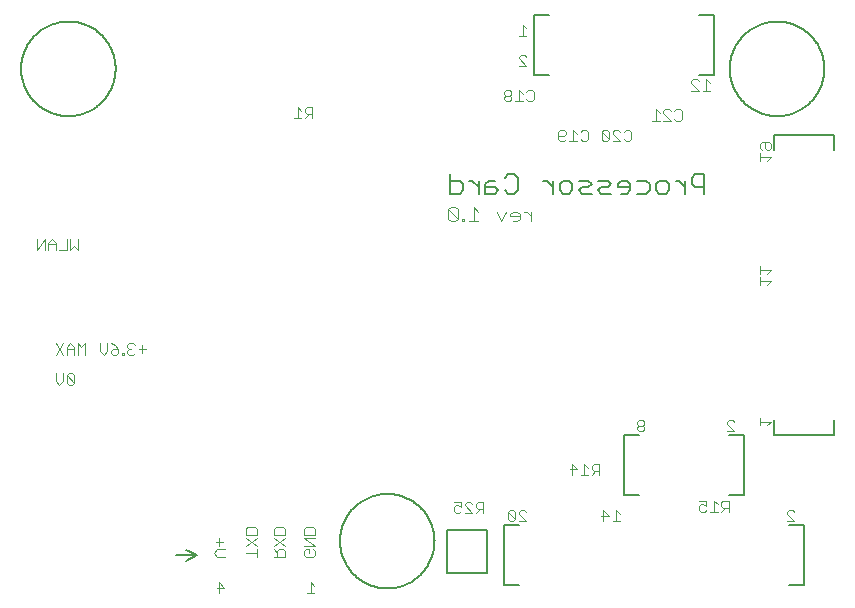
<source format=gbo>
G04 Output by ViewMate Deluxe V11.12.18  PentaLogix*
G04 Wed Mar 06 15:41:31 2019*
%IPPOS*%
%FSLAX25Y25*%
%MOIN*%
%ADD179C,0.003*%
%ADD180C,0.008*%
%ADD181C,0.006*%
%ADD182C,0.004*%
%ADD183C,0.005*%

%LPD*%
X0Y0D2*D179*G1X59996Y87280D2*X58761Y87897D1*X64903Y86046D2*X65520D1*X64286Y84811D2*Y85428D1*X64903Y86046*X64286Y86663*Y87280*X64903Y87897*X66137*X66755Y87280*X69203D2*Y84811D1*X67969Y86046D2*X70438D1*X66755Y84811D2*X66137Y84194D1*X64903*X64286Y84811*X62454D2*X63071D1*Y84194*X62454*Y84811*X59996Y87280D2*X61230Y86046D1*X58761Y84811D2*X59378Y84194D1*X60613*X61230Y84811*Y86046*X59378*X58761Y85428*Y84811*X56312Y84194D2*X57547Y85428D1*Y87897*X55078D2*Y85428D1*X56312Y84194*X46497Y74811D2*Y77280D1*X45880Y77897*X44646*X44029Y77280*Y74811*X44646Y74194*X45880*X46497Y74811*X44029Y77280*X42814Y77897D2*Y75428D1*X41580Y74194*X40345Y75428*Y77897*X42814Y87897D2*X40345Y84194D1*X46497Y86046D2*X44029D1*X50180Y84194D2*Y87897D1*X48946Y86663*X47712Y87897*Y84194*X46497D2*Y86663D1*X45263Y87897*X44029Y86663*Y84194*X40345Y87897D2*X42814Y84194D1*X37912Y120921D2*X40381D1*X34229Y122772D2*Y119069D1*X36698Y122772*Y119069*X37912D2*Y121538D1*X39147Y122772*X40381Y121538*Y119069*X41595D2*X44064D1*Y122772*X45279D2*Y119069D1*X46513Y120303*X47747Y119069*Y122772*X122256Y165538D2*X121022Y166772D1*Y163069*X122256D2*X119787D1*X124705Y164303D2*X123470Y163069D1*X125939Y166772D2*X124088D1*X123470Y166155*Y164921*X124088Y164303*X125939*Y166772D2*Y163069D1*X197256Y192913D2*X196022Y194147D1*Y190444*X197256D2*X194787D1*X197256Y183530D2*X196639Y184147D1*X195404*X194787Y183530*Y182913*X197256Y180444*X194787*X192289Y169311D2*Y169928D1*X191672Y170546*X190438D2*X189821Y171163D1*Y171780*X190438Y172397*X191672*X192289Y171780*Y171163*X191672Y170546*X190438*X189821Y169928*Y169311*X190438Y168694*X191672*X192289Y169311*X199039Y168694D2*X199656Y169311D1*Y171780*X199039Y172397*X197804*X197187Y171780*X195973Y171163D2*X194738Y172397D1*Y168694*X195973D2*X193504D1*X197187Y169311D2*X197804Y168694D1*X199039*X210414Y155936D2*X209797Y155319D1*X208563*X207946Y155936*Y158405*X210414D2*X209797Y159022D1*X208563*X207946Y158405*Y157171D2*X209797D1*X210414Y157788*Y158405*X217781D2*X217164Y159022D1*X215929*X215312Y158405*X214098Y157788D2*X212863Y159022D1*Y155319*X214098D2*X211629D1*X215312Y155936D2*X215929Y155319D1*X217164*X217781Y155936*Y158405*X222321D2*X222938Y159022D1*X224172*X224789Y158405*Y155936*X224172Y155319*X222938*X222321Y155936*Y158405*X224789Y155936*X228473Y155319D2*X226004D1*X232156Y158405D2*X231539Y159022D1*X230304*X229687Y158405*X228473D2*X227855Y159022D1*X226621*X226004Y158405*Y157788*X228473Y155319*X229687Y155936D2*X230304Y155319D1*X231539*X232156Y155936*Y158405*X241664Y164663D2*X240430Y165897D1*Y162194*X241664D2*X239196D1*X245348D2*X242879D1*X249031Y165280D2*X248414Y165897D1*X247179*X246562Y165280*X245348D2*X244730Y165897D1*X243496*X242879Y165280*Y164663*X245348Y162194*X246562Y162811D2*X247179Y162194D1*X248414*X249031Y162811*Y165280*X257205Y175897D2*X258439Y174663D1*X254756Y172194D2*X252287D1*X257205Y175897D2*Y172194D1*X254756Y175280D2*X254139Y175897D1*X252904*X252287Y175280*Y174663*X254756Y172194*X258439D2*X255970D1*X276908Y154913D2*Y153061D1*X277525Y152444*X278142*X278759Y153061*Y154296*X278142Y154913*X275673*X275056Y154296*Y153061*X275673Y152444*X275056Y148761D2*Y151230D1*Y149995D2*X278759D1*X277525Y148761*Y107511D2*X278759Y108745D1*X275056*X277525Y111194D2*X278759Y112428D1*X275056*Y111194D2*Y113663D1*Y107511D2*Y109980D1*X236598Y61780D2*X235980Y62397D1*X234746*X234129Y61780*Y61163*X234746Y60546*X235980D2*X236598Y59928D1*Y59311*X235980Y58694*X234746*X234129Y59311*Y59928*X234746Y60546*X235980*X236598Y61163*Y61780*X275056Y60603D2*Y63071D1*X277525Y60603D2*X278759Y61837D1*X275056*X266598Y61780D2*X265980Y62397D1*X264746*X264129Y61780*Y61163*X266598Y58694*X264129*X284129Y28694D2*X286598D1*X284129Y31163*Y31780*X286598D2*X285980Y32397D1*X284746*X284129Y31780*X260973Y34288D2*X259738Y35522D1*X262804Y33053D2*X262187Y33671D1*Y34905*X262804Y35522*X264656*Y31819*X262804Y33053D2*X264656D1*X262187Y31819D2*X263421Y33053D1*X258504Y31819D2*X260973D1*X259738Y35522D2*Y31819D1*X254821Y35522D2*X257289D1*Y33671*X254821Y32436D2*Y33671D1*X255438Y34288*X256055*X257289Y33671*Y32436D2*X256672Y31819D1*X255438*X254821Y32436*X228439Y31163D2*X227205Y32397D1*Y28694*X225970D2*X228439D1*X222904Y32397D2*Y28694D1*X222287Y30546D2*X224756D1*X222904Y32397*X216613Y44069D2*Y47772D1*X217848Y46538*X219679Y45303D2*X219062Y45921D1*Y47155*X219679Y47772*X221531*Y44069*X219679Y45303D2*X221531D1*X219062Y44069D2*X220296Y45303D1*X215379Y44069D2*X217848D1*X211696Y45921D2*X214164D1*X212313Y47772*Y44069*X194720Y28694D2*X197189D1*X194720Y31163*Y31780*X197189D2*X196572Y32397D1*X195338*X194720Y31780*X191037D2*X191654Y32397D1*X192889*X193506Y31780*Y29311*X191037D2*Y31780D1*X193506Y29311*X192889Y28694*X191654*X191037Y29311*X94746Y4694D2*Y8397D1*X96598Y6546*X94129*X126598Y7163D2*X125363Y8397D1*X124129Y4694D2*X126598D1*X125363Y8397D2*Y4694D1*X126759Y20502D2*X123056Y22971D1*X126142Y16819D2*X126759Y17436D1*Y18671*X126142Y19288*X123673D2*X123056Y18671D1*Y17436*X123673Y16819*X126142*X124908Y18053D2*Y19288D1*X123673*X126759Y20502D2*X123056D1*Y22971D2*X126759D1*X123056Y24185D2*X126759D1*Y26037*X126142Y26654*X123673*X123056Y26037*Y24185*X116759D2*Y26037D1*X116142Y26654*X113673*X113056Y26037*Y24185*X116759*X113056Y20502D2*X116759Y22971D1*X114290Y18053D2*X113056Y19288D1*X116142D2*X116759Y18671D1*Y16819*X113056*X114290D2*Y18671D1*X114908Y19288*X116142*X113056Y22971D2*X116759Y20502D1*X103681D2*X107384Y22971D1*X103681Y24185D2*X107384D1*Y26037*X106767Y26654*X104298*X103681Y26037*Y24185*X107384Y20502D2*X103681Y22971D1*X107384Y16819D2*Y19288D1*X103681Y18053D2*X107384D1*X96759Y16819D2*X94290D1*X93056Y18053*X96142Y21737D2*X93673D1*X94908Y20502D2*Y22971D1*X96759Y19288D2*X94290D1*X93056Y18053*D180*X83656Y19169D2*X87406Y17294D1*X83656Y15419*X80531Y17294D2*X86781D1*D181*X252350Y141047D2*Y143182D1*X253418Y144250*X256620*Y137844*Y139979D2*X253418D1*X252350Y141047*X250175Y137844D2*Y142114D1*Y139979D2*X248040Y142114D1*X246972*X240533Y141047D2*X241601Y142114D1*X243736*X244804Y141047*Y138912*X243736Y137844*X241601*X240533Y138912*Y141047*X234088Y142114D2*X237291D1*X238358Y141047*Y138912*X237291Y137844*X234088*X231913Y138912D2*X230845Y137844D1*X228710*X227642Y139979D2*Y141047D1*X228710Y142114*X230845*X231913Y141047*Y138912*X227642Y139979D2*X231913D1*X225467Y137844D2*X222264D1*X221197Y138912*Y142114D2*X224400D1*X225467Y141047*X224400Y139979*X222264*X221197Y138912*X219022Y137844D2*X215819D1*X214751Y138912*X215819Y139979*X217954*X219022Y141047*X217954Y142114*X214751*X208306Y141047D2*Y138912D1*X209373Y137844*X211509*X212576Y138912*Y141047*X211509Y142114*X209373*X208306Y141047*X206131Y137844D2*Y142114D1*Y139979D2*X203996Y142114D1*X202928*X190044Y138912D2*X191111Y137844D1*X193246*X194314Y138912*Y143182*X193246Y144250*X191111*X190044Y143182*X186801Y142114D2*X184666D1*X183598Y141047*Y139979D2*X186801D1*X187868Y138912*X186801Y137844*X183598*Y141047*X181423Y137844D2*Y142114D1*Y139979D2*X179288Y142114D1*X178220*X171781Y144250D2*Y137844D1*Y142114D2*X174984D1*X176052Y141047*Y138912*X174984Y137844*X171781*D182*X181712Y32697D2*X180511Y31496D1*Y34499D2*X181111Y35099D1*X182913*Y31496*Y32697D2*X181111D1*X180511Y33298*Y34499*X179230D2*X178629Y35099D1*X177428*X176828Y34499*Y33898*X179230Y31496*X176828*X175547Y32097D2*X174946Y31496D1*X173745*X173145Y32097*Y33298*X173745Y33898*X174346*X175547Y33298*Y35099*X173145*X171241Y132581D2*X172008Y133348D1*X173543*X174310Y132581*Y129511*X173543Y128744*X172008*X171241Y129511*Y132581*X174310Y129511*X176612Y128744D2*X175845D1*Y129511*X176612*Y128744*X178147D2*X181216D1*X179681D2*Y133348D1*X181216Y131813*X187354D2*X188889Y128744D1*X190424Y131813*X192726Y128744D2*X194260D1*X195028Y129511*Y131046*Y130279D2*X191958D1*Y131046*X192726Y131813*X194260*X195028Y131046*X196562Y131813D2*X197330D1*X198864Y130279*Y131813D2*Y128744D1*D183*X28843Y179459D2*X28848Y179073D1*X28862Y178686*X28886Y178301*X28919Y177915*X28961Y177531*X29013Y177148*X29075Y176767*X29146Y176387*X29226Y176009*X29315Y175633*X29413Y175259*X29521Y174888*X29638Y174519*X29764Y174154*X29898Y173791*X30042Y173433*X30194Y173077*X30355Y172726*X30525Y172379*X30703Y172035*X30889Y171697*X31083Y171363*X31286Y171034*X31497Y170710*X31716Y170391*X31942Y170078*X32176Y169770*X32418Y169469*X32666Y169173*X32923Y168883*X33186Y168600*X33455Y168323*X33732Y168054*X34015Y167791*X34305Y167534*X34601Y167286*X34902Y167044*X35210Y166810*X35523Y166584*X35842Y166365*X36166Y166154*X36495Y165951*X36829Y165757*X37167Y165571*X37511Y165393*X37858Y165223*X38209Y165062*X38565Y164910*X38923Y164766*X39286Y164632*X39651Y164506*X40020Y164389*X40391Y164281*X40765Y164183*X41141Y164094*X41519Y164014*X41899Y163943*X42280Y163881*X42663Y163829*X43047Y163787*X43433Y163754*X43818Y163730*X44205Y163716*X44591Y163711*X44977Y163716*X45364Y163730*X45749Y163754*X46135Y163787*X46519Y163829*X46902Y163881*X47283Y163943*X47663Y164014*X48041Y164094*X48417Y164183*X48791Y164281*X49162Y164389*X49531Y164506*X49896Y164632*X50259Y164766*X50617Y164910*X50973Y165062*X51324Y165223*X51671Y165393*X52015Y165571*X52353Y165757*X52687Y165951*X53016Y166154*X53340Y166365*X53659Y166584*X53972Y166810*X54280Y167044*X54581Y167286*X54877Y167534*X55167Y167791*X55450Y168054*X55727Y168323*X55996Y168600*X56259Y168883*X56516Y169173*X56764Y169469*X57006Y169770*X57240Y170078*X57466Y170391*X57685Y170710*X57896Y171034*X58099Y171363*X58293Y171697*X58479Y172035*X58657Y172379*X58827Y172726*X58988Y173077*X59140Y173433*X59284Y173791*X59418Y174154*X59544Y174519*X59661Y174888*X59769Y175259*X59867Y175633*X59956Y176009*X60036Y176387*X60107Y176767*X60169Y177148*X60221Y177531*X60263Y177915*X60296Y178301*X60320Y178686*X60334Y179073*X60339Y179459*X60334Y179845*X60320Y180232*X60296Y180617*X60263Y181003*X60221Y181387*X60169Y181770*X60107Y182151*X60036Y182531*X59956Y182909*X59867Y183285*X59769Y183659*X59661Y184030*X59544Y184399*X59418Y184764*X59284Y185127*X59140Y185485*X58988Y185841*X58827Y186192*X58657Y186539*X58479Y186883*X58293Y187221*X58099Y187555*X57896Y187884*X57685Y188208*X57466Y188527*X57240Y188840*X57006Y189148*X56764Y189449*X56516Y189745*X56259Y190035*X55996Y190318*X55727Y190595*X55450Y190864*X55167Y191127*X54877Y191384*X54581Y191632*X54280Y191874*X53972Y192108*X53659Y192334*X53340Y192553*X53016Y192764*X52687Y192967*X52353Y193161*X52015Y193347*X51671Y193525*X51324Y193695*X50973Y193856*X50617Y194008*X50259Y194152*X49896Y194286*X49531Y194412*X49162Y194529*X48791Y194637*X48417Y194735*X48041Y194824*X47663Y194904*X47283Y194975*X46902Y195037*X46519Y195089*X46135Y195131*X45749Y195164*X45364Y195188*X44977Y195202*X44591Y195207*X44205Y195202*X43818Y195188*X43433Y195164*X43047Y195131*X42663Y195089*X42280Y195037*X41899Y194975*X41519Y194904*X41141Y194824*X40765Y194735*X40391Y194637*X40020Y194529*X39651Y194412*X39286Y194286*X38923Y194152*X38565Y194008*X38209Y193856*X37858Y193695*X37511Y193525*X37167Y193347*X36829Y193161*X36495Y192967*X36166Y192764*X35842Y192553*X35523Y192334*X35210Y192108*X34902Y191874*X34601Y191632*X34305Y191384*X34015Y191127*X33732Y190864*X33455Y190595*X33186Y190318*X32923Y190035*X32666Y189745*X32418Y189449*X32176Y189148*X31942Y188840*X31716Y188527*X31497Y188208*X31286Y187884*X31083Y187555*X30889Y187221*X30703Y186883*X30525Y186539*X30355Y186192*X30194Y185841*X30042Y185485*X29898Y185127*X29764Y184764*X29638Y184399*X29521Y184030*X29413Y183659*X29315Y183285*X29226Y182909*X29146Y182531*X29075Y182151*X29013Y181770*X28961Y181387*X28919Y181003*X28886Y180617*X28862Y180232*X28848Y179845*X28843Y179459*X204906Y197294D2*X199906D1*Y177294*X204906*X254906D2*X259906D1*X254906Y197294D2*X259906D1*Y177294*X265064Y179459D2*X265069Y179073D1*X265083Y178686*X265107Y178301*X265140Y177915*X265182Y177531*X265234Y177148*X265296Y176767*X265367Y176387*X265447Y176009*X265536Y175633*X265634Y175259*X265742Y174888*X265859Y174519*X265985Y174154*X266119Y173791*X266263Y173433*X266415Y173077*X266576Y172726*X266746Y172379*X266924Y172035*X267110Y171697*X267304Y171363*X267507Y171034*X267718Y170710*X267937Y170391*X268163Y170078*X268397Y169770*X268639Y169469*X268887Y169173*X269144Y168883*X269407Y168600*X269676Y168323*X269953Y168054*X270236Y167791*X270526Y167534*X270822Y167286*X271123Y167044*X271431Y166810*X271744Y166584*X272063Y166365*X272387Y166154*X272716Y165951*X273050Y165757*X273388Y165571*X273732Y165393*X274079Y165223*X274430Y165062*X274786Y164910*X275144Y164766*X275507Y164632*X275872Y164506*X276241Y164389*X276612Y164281*X276986Y164183*X277362Y164094*X277740Y164014*X278120Y163943*X278501Y163881*X278884Y163829*X279268Y163787*X279654Y163754*X280039Y163730*X280426Y163716*X280812Y163711*X281198Y163716*X281585Y163730*X281970Y163754*X282356Y163787*X282740Y163829*X283123Y163881*X283504Y163943*X283884Y164014*X284262Y164094*X284638Y164183*X285012Y164281*X285383Y164389*X285752Y164506*X286117Y164632*X286480Y164766*X286838Y164910*X287194Y165062*X287545Y165223*X287892Y165393*X288236Y165571*X288574Y165757*X288908Y165951*X289237Y166154*X289561Y166365*X289880Y166584*X290193Y166810*X290501Y167044*X290802Y167286*X291098Y167534*X291388Y167791*X291671Y168054*X291948Y168323*X292217Y168600*X292480Y168883*X292737Y169173*X292985Y169469*X293227Y169770*X293461Y170078*X293687Y170391*X293906Y170710*X294117Y171034*X294320Y171363*X294514Y171697*X294700Y172035*X294878Y172379*X295048Y172726*X295209Y173077*X295361Y173433*X295505Y173791*X295639Y174154*X295765Y174519*X295882Y174888*X295990Y175259*X296088Y175633*X296177Y176009*X296257Y176387*X296328Y176767*X296390Y177148*X296442Y177531*X296484Y177915*X296517Y178301*X296541Y178686*X296555Y179073*X296560Y179459*X296555Y179845*X296541Y180232*X296517Y180617*X296484Y181003*X296442Y181387*X296390Y181770*X296328Y182151*X296257Y182531*X296177Y182909*X296088Y183285*X295990Y183659*X295882Y184030*X295765Y184399*X295639Y184764*X295505Y185127*X295361Y185485*X295209Y185841*X295048Y186192*X294878Y186539*X294700Y186883*X294514Y187221*X294320Y187555*X294117Y187884*X293906Y188208*X293687Y188527*X293461Y188840*X293227Y189148*X292985Y189449*X292737Y189745*X292480Y190035*X292217Y190318*X291948Y190595*X291671Y190864*X291388Y191127*X291098Y191384*X290802Y191632*X290501Y191874*X290193Y192108*X289880Y192334*X289561Y192553*X289237Y192764*X288908Y192967*X288574Y193161*X288236Y193347*X287892Y193525*X287545Y193695*X287194Y193856*X286838Y194008*X286480Y194152*X286117Y194286*X285752Y194412*X285383Y194529*X285012Y194637*X284638Y194735*X284262Y194824*X283884Y194904*X283504Y194975*X283123Y195037*X282740Y195089*X282356Y195131*X281970Y195164*X281585Y195188*X281198Y195202*X280812Y195207*X280426Y195202*X280039Y195188*X279654Y195164*X279268Y195131*X278884Y195089*X278501Y195037*X278120Y194975*X277740Y194904*X277362Y194824*X276986Y194735*X276612Y194637*X276241Y194529*X275872Y194412*X275507Y194286*X275144Y194152*X274786Y194008*X274430Y193856*X274079Y193695*X273732Y193525*X273388Y193347*X273050Y193161*X272716Y192967*X272387Y192764*X272063Y192553*X271744Y192334*X271431Y192108*X271123Y191874*X270822Y191632*X270526Y191384*X270236Y191127*X269953Y190864*X269676Y190595*X269407Y190318*X269144Y190035*X268887Y189745*X268639Y189449*X268397Y189148*X268163Y188840*X267937Y188527*X267718Y188208*X267507Y187884*X267304Y187555*X267110Y187221*X266924Y186883*X266746Y186539*X266576Y186192*X266415Y185841*X266263Y185485*X266119Y185127*X265985Y184764*X265859Y184399*X265742Y184030*X265634Y183659*X265536Y183285*X265447Y182909*X265367Y182531*X265296Y182151*X265234Y181770*X265182Y181387*X265140Y181003*X265107Y180617*X265083Y180232*X265069Y179845*X265064Y179459*X299906Y152294D2*Y157294D1*X279906*Y152294*X284906Y7294D2*X289906D1*Y27294*X284906*X299906Y62294D2*Y57294D1*X279906*Y62294*X264906Y57294D2*X269906D1*Y37294*X264906*X234906D2*X229906D1*X234906Y57294D2*X229906D1*Y37294*X135142Y21979D2*X135147Y21593D1*X135161Y21206*X135185Y20821*X135218Y20435*X135260Y20051*X135312Y19668*X135374Y19287*X135445Y18907*X135525Y18529*X135614Y18153*X135712Y17779*X135820Y17408*X135937Y17039*X136063Y16674*X136197Y16311*X136341Y15953*X136493Y15597*X136654Y15246*X136824Y14899*X137002Y14555*X137188Y14217*X137382Y13883*X137585Y13554*X137796Y13230*X138015Y12911*X138241Y12598*X138475Y12290*X138717Y11989*X138965Y11693*X139222Y11403*X139485Y11120*X139754Y10843*X140031Y10574*X140314Y10311*X140604Y10054*X140900Y9806*X141201Y9564*X141509Y9330*X141822Y9104*X142141Y8885*X142465Y8674*X142794Y8471*X143128Y8277*X143466Y8091*X143810Y7913*X144157Y7743*X144508Y7582*X144864Y7430*X145222Y7286*X145585Y7152*X145950Y7026*X146319Y6909*X146690Y6801*X147064Y6703*X147440Y6614*X147818Y6534*X148198Y6463*X148579Y6401*X148962Y6349*X149346Y6307*X149732Y6274*X150117Y6250*X150504Y6236*X150890Y6231*X151276Y6236*X151663Y6250*X152048Y6274*X152434Y6307*X152818Y6349*X153201Y6401*X153582Y6463*X153962Y6534*X154340Y6614*X154716Y6703*X155090Y6801*X155461Y6909*X155830Y7026*X156195Y7152*X156558Y7286*X156916Y7430*X157272Y7582*X157623Y7743*X157970Y7913*X158314Y8091*X158652Y8277*X158986Y8471*X159315Y8674*X159639Y8885*X159958Y9104*X160271Y9330*X160579Y9564*X160880Y9806*X161176Y10054*X161466Y10311*X161749Y10574*X162026Y10843*X162295Y11120*X162558Y11403*X162815Y11693*X163063Y11989*X163305Y12290*X163539Y12598*X163765Y12911*X163984Y13230*X164195Y13554*X164398Y13883*X164592Y14217*X164778Y14555*X164956Y14899*X165126Y15246*X165287Y15597*X165439Y15953*X165583Y16311*X165717Y16674*X165843Y17039*X165960Y17408*X166068Y17779*X166166Y18153*X166255Y18529*X166335Y18907*X166406Y19287*X166468Y19668*X166520Y20051*X166562Y20435*X166595Y20821*X166619Y21206*X166633Y21593*X166638Y21979*X166633Y22365*X166619Y22752*X166595Y23137*X166562Y23523*X166520Y23907*X166468Y24290*X166406Y24671*X166335Y25051*X166255Y25429*X166166Y25805*X166068Y26179*X165960Y26550*X165843Y26919*X165717Y27284*X165583Y27647*X165439Y28005*X165287Y28361*X165126Y28712*X164956Y29059*X164778Y29403*X164592Y29741*X164398Y30075*X164195Y30404*X163984Y30728*X163765Y31047*X163539Y31360*X163305Y31668*X163063Y31969*X162815Y32265*X162558Y32555*X162295Y32838*X162026Y33115*X161749Y33384*X161466Y33647*X161176Y33904*X160880Y34152*X160579Y34394*X160271Y34628*X159958Y34854*X159639Y35073*X159315Y35284*X158986Y35487*X158652Y35681*X158314Y35867*X157970Y36045*X157623Y36215*X157272Y36376*X156916Y36528*X156558Y36672*X156195Y36806*X155830Y36932*X155461Y37049*X155090Y37157*X154716Y37255*X154340Y37344*X153962Y37424*X153582Y37495*X153201Y37557*X152818Y37609*X152434Y37651*X152048Y37684*X151663Y37708*X151276Y37722*X150890Y37727*X150504Y37722*X150117Y37708*X149732Y37684*X149346Y37651*X148962Y37609*X148579Y37557*X148198Y37495*X147818Y37424*X147440Y37344*X147064Y37255*X146690Y37157*X146319Y37049*X145950Y36932*X145585Y36806*X145222Y36672*X144864Y36528*X144508Y36376*X144157Y36215*X143810Y36045*X143466Y35867*X143128Y35681*X142794Y35487*X142465Y35284*X142141Y35073*X141822Y34854*X141509Y34628*X141201Y34394*X140900Y34152*X140604Y33904*X140314Y33647*X140031Y33384*X139754Y33115*X139485Y32838*X139222Y32555*X138965Y32265*X138717Y31969*X138475Y31668*X138241Y31360*X138015Y31047*X137796Y30728*X137585Y30404*X137382Y30075*X137188Y29741*X137002Y29403*X136824Y29059*X136654Y28712*X136493Y28361*X136341Y28005*X136197Y27647*X136063Y27284*X135937Y26919*X135820Y26550*X135712Y26179*X135614Y25805*X135525Y25429*X135445Y25051*X135374Y24671*X135312Y24290*X135260Y23907*X135218Y23523*X135185Y23137*X135161Y22752*X135147Y22365*X135142Y21979*X194906Y27294D2*X189906D1*X194906Y7294D2*X189906D1*Y27294*X184099Y25556D2*Y11532D1*X170713*Y25556*X184099*X0Y0D2*M02*
</source>
